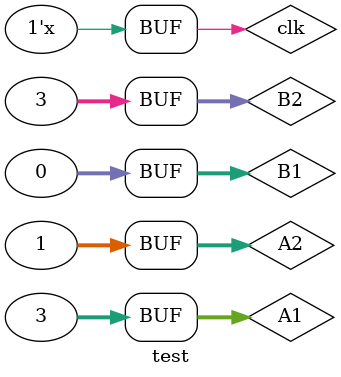
<source format=v>
`timescale 1ns / 1ps


module test;

	// Inputs
	reg clk;
	reg [31:0] A1;
	reg [31:0] A2;
	reg [31:0] B1;
	reg [31:0] B2;
	wire [31:0] C;

	// Instantiate the Unit Under Test (UUT)
	pipeline uut (
		.clk(clk), 
		.A1(A1), 
		.A2(A2), 
		.B1(B1), 
		.B2(B2),
		.C(C)
	);

	initial begin
		// Initialize Inputs
		clk = 0;
		A1 = 0;
		A2 = 0;
		B1 = 0;
		B2 = 0;

		// Wait 100 ns for global reset to finish
		#100;
        
		A1=0;
		B1=1;
		A2=2;
		B2=3;
		#10;
		
		A1=3;
		B1=2;
		A2=1;
		B1=0;
		#10;
	end
	
	always #5 clk=~clk;
      
endmodule


</source>
